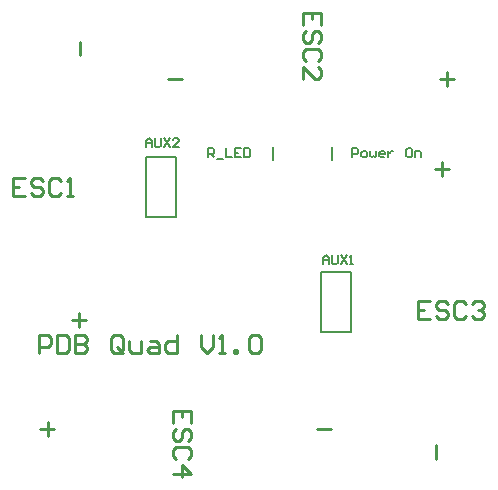
<source format=gto>
G04 Layer_Color=65535*
%FSLAX23Y23*%
%MOIN*%
G70*
G01*
G75*
%ADD11C,0.010*%
%ADD21C,0.008*%
%ADD22C,0.005*%
%ADD23C,0.008*%
D11*
X2603Y2476D02*
Y2516D01*
X2543D01*
Y2476D01*
X2573Y2516D02*
Y2496D01*
X2593Y2416D02*
X2603Y2426D01*
Y2446D01*
X2593Y2456D01*
X2583D01*
X2573Y2446D01*
Y2426D01*
X2563Y2416D01*
X2553D01*
X2543Y2426D01*
Y2446D01*
X2553Y2456D01*
X2593Y2356D02*
X2603Y2366D01*
Y2386D01*
X2593Y2396D01*
X2553D01*
X2543Y2386D01*
Y2366D01*
X2553Y2356D01*
X2543Y2306D02*
X2603D01*
X2573Y2336D01*
Y2296D01*
X3402Y2883D02*
X3362D01*
Y2823D01*
X3402D01*
X3362Y2853D02*
X3382D01*
X3462Y2873D02*
X3452Y2883D01*
X3432D01*
X3422Y2873D01*
Y2863D01*
X3432Y2853D01*
X3452D01*
X3462Y2843D01*
Y2833D01*
X3452Y2823D01*
X3432D01*
X3422Y2833D01*
X3522Y2873D02*
X3512Y2883D01*
X3492D01*
X3482Y2873D01*
Y2833D01*
X3492Y2823D01*
X3512D01*
X3522Y2833D01*
X3542Y2873D02*
X3552Y2883D01*
X3572D01*
X3582Y2873D01*
Y2863D01*
X3572Y2853D01*
X3562D01*
X3572D01*
X3582Y2843D01*
Y2833D01*
X3572Y2823D01*
X3552D01*
X3542Y2833D01*
X3036Y3803D02*
Y3843D01*
X2976D01*
Y3803D01*
X3006Y3843D02*
Y3823D01*
X3026Y3743D02*
X3036Y3753D01*
Y3773D01*
X3026Y3783D01*
X3016D01*
X3006Y3773D01*
Y3753D01*
X2996Y3743D01*
X2986D01*
X2976Y3753D01*
Y3773D01*
X2986Y3783D01*
X3026Y3683D02*
X3036Y3693D01*
Y3713D01*
X3026Y3723D01*
X2986D01*
X2976Y3713D01*
Y3693D01*
X2986Y3683D01*
X2976Y3623D02*
Y3663D01*
X3016Y3623D01*
X3026D01*
X3036Y3633D01*
Y3653D01*
X3026Y3663D01*
X2052Y3292D02*
X2012D01*
Y3232D01*
X2052D01*
X2012Y3262D02*
X2032D01*
X2112Y3282D02*
X2102Y3292D01*
X2082D01*
X2072Y3282D01*
Y3272D01*
X2082Y3262D01*
X2102D01*
X2112Y3252D01*
Y3242D01*
X2102Y3232D01*
X2082D01*
X2072Y3242D01*
X2172Y3282D02*
X2162Y3292D01*
X2142D01*
X2132Y3282D01*
Y3242D01*
X2142Y3232D01*
X2162D01*
X2172Y3242D01*
X2192Y3232D02*
X2212D01*
X2202D01*
Y3292D01*
X2192Y3282D01*
X2233Y3701D02*
Y3747D01*
X3422Y2354D02*
Y2401D01*
X2528Y3622D02*
X2574D01*
X3024Y2456D02*
X3070D01*
X2209Y2818D02*
X2255D01*
X2232Y2842D02*
Y2795D01*
X3433Y3622D02*
X3480D01*
X3456Y3645D02*
Y3598D01*
X3417Y3322D02*
X3464D01*
X3441Y3346D02*
Y3299D01*
X2102Y2456D02*
X2149D01*
X2126Y2480D02*
Y2433D01*
X2098Y2709D02*
Y2769D01*
X2128D01*
X2138Y2759D01*
Y2739D01*
X2128Y2729D01*
X2098D01*
X2158Y2769D02*
Y2709D01*
X2188D01*
X2198Y2719D01*
Y2759D01*
X2188Y2769D01*
X2158D01*
X2218D02*
Y2709D01*
X2248D01*
X2258Y2719D01*
Y2729D01*
X2248Y2739D01*
X2218D01*
X2248D01*
X2258Y2749D01*
Y2759D01*
X2248Y2769D01*
X2218D01*
X2378Y2719D02*
Y2759D01*
X2368Y2769D01*
X2348D01*
X2338Y2759D01*
Y2719D01*
X2348Y2709D01*
X2368D01*
X2358Y2729D02*
X2378Y2709D01*
X2368D02*
X2378Y2719D01*
X2398Y2749D02*
Y2719D01*
X2408Y2709D01*
X2438D01*
Y2749D01*
X2468D02*
X2488D01*
X2498Y2739D01*
Y2709D01*
X2468D01*
X2458Y2719D01*
X2468Y2729D01*
X2498D01*
X2558Y2769D02*
Y2709D01*
X2528D01*
X2518Y2719D01*
Y2739D01*
X2528Y2749D01*
X2558D01*
X2638Y2769D02*
Y2729D01*
X2658Y2709D01*
X2678Y2729D01*
Y2769D01*
X2698Y2709D02*
X2718D01*
X2708D01*
Y2769D01*
X2698Y2759D01*
X2748Y2709D02*
Y2719D01*
X2758D01*
Y2709D01*
X2748D01*
X2798Y2759D02*
X2808Y2769D01*
X2828D01*
X2838Y2759D01*
Y2719D01*
X2828Y2709D01*
X2808D01*
X2798Y2719D01*
Y2759D01*
D21*
X3037Y2979D02*
X3137D01*
X3037Y2779D02*
X3137D01*
X2454Y3163D02*
X2554D01*
Y3363D01*
X3075Y3352D02*
Y3396D01*
X2878Y3352D02*
Y3396D01*
X3037Y2779D02*
Y2979D01*
X3137Y2779D02*
Y2979D01*
X2454Y3363D02*
X2554D01*
X2454Y3163D02*
Y3363D01*
D22*
X3142Y3362D02*
Y3392D01*
X3157D01*
X3162Y3387D01*
Y3377D01*
X3157Y3372D01*
X3142D01*
X3177Y3362D02*
X3187D01*
X3192Y3367D01*
Y3377D01*
X3187Y3382D01*
X3177D01*
X3172Y3377D01*
Y3367D01*
X3177Y3362D01*
X3202Y3382D02*
Y3367D01*
X3207Y3362D01*
X3212Y3367D01*
X3217Y3362D01*
X3222Y3367D01*
Y3382D01*
X3247Y3362D02*
X3237D01*
X3232Y3367D01*
Y3377D01*
X3237Y3382D01*
X3247D01*
X3252Y3377D01*
Y3372D01*
X3232D01*
X3262Y3382D02*
Y3362D01*
Y3372D01*
X3267Y3377D01*
X3272Y3382D01*
X3277D01*
X3337Y3392D02*
X3327D01*
X3322Y3387D01*
Y3367D01*
X3327Y3362D01*
X3337D01*
X3342Y3367D01*
Y3387D01*
X3337Y3392D01*
X3352Y3362D02*
Y3382D01*
X3367D01*
X3372Y3377D01*
Y3362D01*
X2661D02*
Y3392D01*
X2676D01*
X2681Y3387D01*
Y3377D01*
X2676Y3372D01*
X2661D01*
X2671D02*
X2681Y3362D01*
X2691Y3357D02*
X2711D01*
X2721Y3392D02*
Y3362D01*
X2741D01*
X2771Y3392D02*
X2751D01*
Y3362D01*
X2771D01*
X2751Y3377D02*
X2761D01*
X2781Y3392D02*
Y3362D01*
X2796D01*
X2801Y3367D01*
Y3387D01*
X2796Y3392D01*
X2781D01*
D23*
X3043Y3004D02*
Y3024D01*
X3053Y3034D01*
X3063Y3024D01*
Y3004D01*
Y3019D01*
X3043D01*
X3073Y3034D02*
Y3009D01*
X3078Y3004D01*
X3088D01*
X3093Y3009D01*
Y3034D01*
X3103D02*
X3123Y3004D01*
Y3034D02*
X3103Y3004D01*
X3133D02*
X3143D01*
X3138D01*
Y3034D01*
X3133Y3029D01*
X2453Y3394D02*
Y3414D01*
X2463Y3424D01*
X2473Y3414D01*
Y3394D01*
Y3409D01*
X2453D01*
X2483Y3424D02*
Y3399D01*
X2488Y3394D01*
X2498D01*
X2503Y3399D01*
Y3424D01*
X2513D02*
X2533Y3394D01*
Y3424D02*
X2513Y3394D01*
X2563D02*
X2543D01*
X2563Y3414D01*
Y3419D01*
X2558Y3424D01*
X2548D01*
X2543Y3419D01*
M02*

</source>
